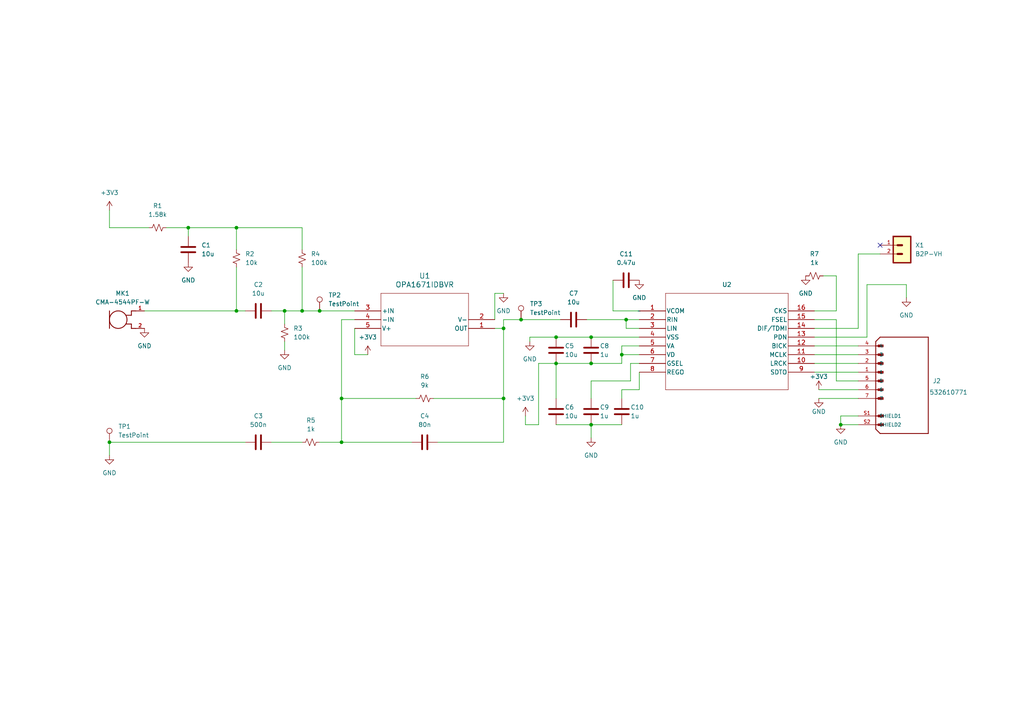
<source format=kicad_sch>
(kicad_sch (version 20231120) (generator "eeschema") (generator_version "8.0")
  (paper "A4")
  (lib_symbols
    (symbol "2024-02-15_23-46-41:OPA1671IDBVR" (pin_names (offset 0.254))
      (property "Reference" "U" (at 20.32 10.16 0))
      (property "Value" "OPA1671IDBVR" (at 20.32 7.62 0))
      (symbol "OPA1671IDBVR_0_1"
        (polyline (pts (xy 7.62 -10.16) (xy 33.02 -10.16)) (stroke (width 0.127)))
        (polyline (pts (xy 7.62 5.08) (xy 7.62 -10.16)) (stroke (width 0.127)))
        (polyline (pts (xy 33.02 -10.16) (xy 33.02 5.08)) (stroke (width 0.127)))
        (polyline (pts (xy 33.02 5.08) (xy 7.62 5.08)) (stroke (width 0.127)))
        (pin output line (at 0 0 0) (length 7.62) (name "OUT") (number "1"))
        (pin power_in line (at 0 -2.54 0) (length 7.62) (name "V-") (number "2"))
        (pin input line (at 40.64 -5.08 180) (length 7.62) (name "+IN") (number "3"))
        (pin input line (at 40.64 -2.54 180) (length 7.62) (name "-IN") (number "4"))
        (pin power_in line (at 40.64 0 180) (length 7.62) (name "V+") (number "5"))
      )
    )
    (symbol "532610771:532610771" (pin_names (offset 1.016))
      (property "Reference" "J2" (at 8.89 0 0))
      (property "Value" "532610771" (at 8.89 -2.54 0))
      (symbol "532610771_0_0"
        (rectangle (start -6.985 -13.0175) (end -5.3975 -12.3825) (stroke (width 0.1)) (fill (type outline)))
        (rectangle (start -6.985 -10.4775) (end -5.3975 -9.8425) (stroke (width 0.1)) (fill (type outline)))
        (rectangle (start -6.985 -5.3975) (end -5.3975 -4.7625) (stroke (width 0.1)) (fill (type outline)))
        (rectangle (start -6.985 -2.8575) (end -5.3975 -2.2225) (stroke (width 0.1)) (fill (type outline)))
        (rectangle (start -6.985 -0.3175) (end -5.3975 0.3175) (stroke (width 0.1)) (fill (type outline)))
        (rectangle (start -6.985 2.2225) (end -5.3975 2.8575) (stroke (width 0.1)) (fill (type outline)))
        (rectangle (start -6.985 4.7625) (end -5.3975 5.3975) (stroke (width 0.1)) (fill (type outline)))
        (rectangle (start -6.985 7.3025) (end -5.3975 7.9375) (stroke (width 0.1)) (fill (type outline)))
        (rectangle (start -6.985 9.8425) (end -5.3975 10.4775) (stroke (width 0.1)) (fill (type outline)))
        (polyline (pts (xy -7.62 -13.97) (xy -6.35 -15.24)) (stroke (width 0.254)))
        (polyline (pts (xy -7.62 -12.7) (xy -5.715 -12.7)) (stroke (width 0.254)))
        (polyline (pts (xy -7.62 -10.16) (xy -5.715 -10.16)) (stroke (width 0.254)))
        (polyline (pts (xy -7.62 -5.08) (xy -5.715 -5.08)) (stroke (width 0.254)))
        (polyline (pts (xy -7.62 -2.54) (xy -5.715 -2.54)) (stroke (width 0.254)))
        (polyline (pts (xy -7.62 0) (xy -5.715 0)) (stroke (width 0.254)))
        (polyline (pts (xy -7.62 2.54) (xy -5.715 2.54)) (stroke (width 0.254)))
        (polyline (pts (xy -7.62 5.08) (xy -5.715 5.08)) (stroke (width 0.254)))
        (polyline (pts (xy -7.62 7.62) (xy -5.715 7.62)) (stroke (width 0.254)))
        (polyline (pts (xy -7.62 10.16) (xy -5.715 10.16)) (stroke (width 0.254)))
        (polyline (pts (xy -7.62 11.43) (xy -7.62 -13.97)) (stroke (width 0.254)))
        (polyline (pts (xy -7.62 11.43) (xy -6.35 12.7)) (stroke (width 0.254)))
        (polyline (pts (xy -6.35 -15.24) (xy 7.62 -15.24)) (stroke (width 0.254)))
        (polyline (pts (xy 7.62 -15.24) (xy 7.62 12.7)) (stroke (width 0.254)))
        (polyline (pts (xy 7.62 12.7) (xy -6.35 12.7)) (stroke (width 0.254)))
        (pin passive line (at -12.7 0 0) (length 5.08) (name "5") (number "5"))
        (pin passive line (at -12.7 -2.54 0) (length 5.08) (name "6") (number "6"))
        (pin passive line (at -12.7 -5.08 0) (length 5.08) (name "7") (number "7"))
        (pin passive line (at -12.7 -10.16 0) (length 5.08) (name "SHIELD1") (number "S1"))
        (pin passive line (at -12.7 -12.7 0) (length 5.08) (name "SHIELD2") (number "S2"))
      )
      (symbol "532610771_1_0"
        (pin passive line (at -12.7 2.54 0) (length 5.08) (name "1") (number "1"))
        (pin passive line (at -12.7 5.08 0) (length 5.08) (name "2") (number "2"))
        (pin passive line (at -12.7 7.62 0) (length 5.08) (name "3") (number "3"))
        (pin passive line (at -12.7 10.16 0) (length 5.08) (name "4") (number "4"))
      )
    )
    (symbol "ADC:AK5720VT" (pin_names (offset 0.254))
      (property "Reference" "U" (at 25.4 10.16 0))
      (property "Value" "AK5720VT" (at 25.4 7.62 0))
      (symbol "AK5720VT_0_1"
        (polyline (pts (xy 7.62 -22.86) (xy 43.18 -22.86)) (stroke (width 0.127)))
        (polyline (pts (xy 7.62 5.08) (xy 7.62 -22.86)) (stroke (width 0.127)))
        (polyline (pts (xy 43.18 -22.86) (xy 43.18 5.08)) (stroke (width 0.127)))
        (polyline (pts (xy 43.18 5.08) (xy 7.62 5.08)) (stroke (width 0.127)))
        (pin unspecified line (at 0 0 0) (length 7.62) (name "VCOM") (number "1"))
        (pin unspecified line (at 50.8 -15.24 180) (length 7.62) (name "LRCK") (number "10"))
        (pin unspecified line (at 50.8 -12.7 180) (length 7.62) (name "MCLK") (number "11"))
        (pin unspecified line (at 50.8 -10.16 180) (length 7.62) (name "BICK") (number "12"))
        (pin unspecified line (at 50.8 -7.62 180) (length 7.62) (name "PDN") (number "13"))
        (pin unspecified line (at 50.8 -5.08 180) (length 7.62) (name "DIF/TDMI") (number "14"))
        (pin unspecified line (at 50.8 -2.54 180) (length 7.62) (name "FSEL") (number "15"))
        (pin unspecified line (at 50.8 0 180) (length 7.62) (name "CKS") (number "16"))
        (pin unspecified line (at 0 -2.54 0) (length 7.62) (name "RIN") (number "2"))
        (pin unspecified line (at 0 -5.08 0) (length 7.62) (name "LIN") (number "3"))
        (pin power_out line (at 0 -7.62 0) (length 7.62) (name "VSS") (number "4"))
        (pin unspecified line (at 0 -10.16 0) (length 7.62) (name "VA") (number "5"))
        (pin unspecified line (at 0 -12.7 0) (length 7.62) (name "VD") (number "6"))
        (pin unspecified line (at 0 -15.24 0) (length 7.62) (name "GSEL") (number "7"))
        (pin unspecified line (at 0 -17.78 0) (length 7.62) (name "REGO") (number "8"))
        (pin unspecified line (at 50.8 -17.78 180) (length 7.62) (name "SDTO") (number "9"))
      )
    )
    (symbol "B2P-VH:B2P-VH" (pin_names (offset 1.016))
      (property "Reference" "X" (at -1.27 3.302 0))
      (property "Value" "B2P-VH" (at -1.27 -7.62 0))
      (symbol "B2P-VH_0_0"
        (rectangle (start -1.27 -5.08) (end 3.81 2.54) (stroke (width 0.4064)) (fill (type background)))
        (polyline (pts (xy 1.27 -2.54) (xy 2.54 -2.54)) (stroke (width 0.6096)))
        (polyline (pts (xy 1.27 0) (xy 2.54 0)) (stroke (width 0.6096)))
        (pin passive line (at 7.62 -2.54 180) (length 5.08) (name "~") (number "1"))
        (pin passive line (at 7.62 0 180) (length 5.08) (name "~") (number "2"))
      )
    )
    (symbol "CMA-4544PF-W:CMA-4544PF-W" (pin_names (offset 1.016))
      (property "Reference" "MK" (at -2.5409 3.8113 0))
      (property "Value" "CMA-4544PF-W" (at -2.5411 -6.3527 0))
      (symbol "CMA-4544PF-W_0_0"
        (polyline (pts (xy -2.54 2.54) (xy -2.54 -2.54)) (stroke (width 0.254)))
        (polyline (pts (xy 3.81 -2.54) (xy 3.81 -1.27)) (stroke (width 0.254)))
        (polyline (pts (xy 3.81 -1.27) (xy 2.2352 -1.27)) (stroke (width 0.254)))
        (polyline (pts (xy 3.81 1.27) (xy 2.2352 1.27)) (stroke (width 0.254)))
        (polyline (pts (xy 3.81 2.54) (xy 3.81 1.27)) (stroke (width 0.254)))
        (polyline (pts (xy 5.08 -2.54) (xy 3.81 -2.54)) (stroke (width 0.254)))
        (polyline (pts (xy 5.08 2.54) (xy 3.81 2.54)) (stroke (width 0.254)))
        (circle (center 0 0) (radius 2.54) (stroke (width 0.254)))
        (pin output line (at 7.62 2.54 180) (length 2.54) (name "~") (number "1"))
        (pin power_in line (at 7.62 -2.54 180) (length 2.54) (name "~") (number "2"))
      )
    )
    (symbol "Connector:TestPoint" (pin_numbers hide) (pin_names (offset 0.762) hide)
      (property "Reference" "TP" (at 0 6.858 0))
      (property "Value" "TestPoint" (at 0 5.08 0))
      (symbol "TestPoint_0_1"
        (circle (center 0 3.302) (radius 0.762))
      )
      (symbol "TestPoint_1_1"
        (pin passive line (at 0 0 90) (length 2.54) (name "1") (number "1"))
      )
    )
    (symbol "Device:C" (pin_numbers hide) (pin_names (offset 0.254))
      (property "Reference" "C" (at 0.635 2.54 0))
      (property "Value" "C" (at 0.635 -2.54 0))
      (symbol "C_0_1"
        (polyline (pts (xy -2.032 -0.762) (xy 2.032 -0.762)) (stroke (width 0.508)))
        (polyline (pts (xy -2.032 0.762) (xy 2.032 0.762)) (stroke (width 0.508)))
      )
      (symbol "C_1_1"
        (pin passive line (at 0 3.81 270) (length 2.794) (name "~") (number "1"))
        (pin passive line (at 0 -3.81 90) (length 2.794) (name "~") (number "2"))
      )
    )
    (symbol "Device:R_Small_US" (pin_numbers hide) (pin_names (offset 0.254) hide)
      (property "Reference" "R" (at 0.762 0.508 0))
      (property "Value" "R_Small_US" (at 0.762 -1.016 0))
      (symbol "R_Small_US_1_1"
        (polyline (pts (xy 0 0) (xy 1.016 -0.381) (xy 0 -0.762) (xy -1.016 -1.143) (xy 0 -1.524)))
        (polyline (pts (xy 0 1.524) (xy 1.016 1.143) (xy 0 0.762) (xy -1.016 0.381) (xy 0 0)))
        (pin passive line (at 0 2.54 270) (length 1.016) (name "~") (number "1"))
        (pin passive line (at 0 -2.54 90) (length 1.016) (name "~") (number "2"))
      )
    )
    (symbol "GND_1" (power) (pin_numbers hide) (pin_names (offset 0) hide)
      (property "Value" "GND" (at 0 -3.81 0))
      (symbol "GND_1_0_1"
        (polyline (pts (xy 0 0) (xy 0 -1.27) (xy 1.27 -1.27) (xy 0 -2.54) (xy -1.27 -1.27) (xy 0 -1.27)))
      )
      (symbol "GND_1_1_1"
        (pin power_in line (at 0 0 270) (length 0) (name "~") (number "1"))
      )
    )
    (symbol "power:+3V3" (power) (pin_names (offset 0))
      (property "Value" "+3V3" (at 0 3.556 0))
      (symbol "+3V3_0_1"
        (polyline (pts (xy -0.762 1.27) (xy 0 2.54)))
        (polyline (pts (xy 0 0) (xy 0 2.54)))
        (polyline (pts (xy 0 2.54) (xy 0.762 1.27)))
      )
      (symbol "+3V3_1_1"
        (pin power_in line (at 0 0 90) (length 0) hide (name "+3V3") (number "1"))
      )
    )
    (symbol "power:GND" (power) (pin_names (offset 0))
      (property "Value" "GND" (at 0 -3.81 0))
      (symbol "GND_0_1"
        (polyline (pts (xy 0 0) (xy 0 -1.27) (xy 1.27 -1.27) (xy 0 -2.54) (xy -1.27 -1.27) (xy 0 -1.27)))
      )
      (symbol "GND_1_1"
        (pin power_in line (at 0 0 270) (length 0) hide (name "GND") (number "1"))
      )
    )
  )
  (junction (at 171.45 123.19))
  (junction (at 99.06 128.27))
  (junction (at 31.75 128.27))
  (junction (at 161.29 105.41))
  (junction (at 82.55 90.17))
  (junction (at 92.71 90.17))
  (junction (at 68.58 66.04))
  (junction (at 171.45 105.41))
  (junction (at 161.29 97.79))
  (junction (at 54.61 66.04))
  (junction (at 146.05 115.57))
  (junction (at 181.61 92.71))
  (junction (at 68.58 90.17))
  (junction (at 87.63 90.17))
  (junction (at 146.05 95.25))
  (junction (at 180.34 102.87))
  (junction (at 99.06 115.57))
  (junction (at 243.84 123.19))
  (junction (at 151.13 92.71))
  (junction (at 171.45 97.79))
  (no_connect (at 255.27 71.12))
  (wire (pts (xy 120.65 115.57) (xy 99.06 115.57)))
  (wire (pts (xy 127 128.27) (xy 146.05 128.27)))
  (wire (pts (xy 153.67 97.79) (xy 161.29 97.79)))
  (wire (pts (xy 248.92 100.33) (xy 236.22 100.33)))
  (wire (pts (xy 143.51 95.25) (xy 146.05 95.25)))
  (wire (pts (xy 242.57 80.01) (xy 238.76 80.01)))
  (wire (pts (xy 151.13 92.71) (xy 162.56 92.71)))
  (wire (pts (xy 78.74 90.17) (xy 82.55 90.17)))
  (wire (pts (xy 251.46 97.79) (xy 251.46 82.55)))
  (wire (pts (xy 99.06 128.27) (xy 119.38 128.27)))
  (wire (pts (xy 161.29 123.19) (xy 171.45 123.19)))
  (wire (pts (xy 82.55 90.17) (xy 82.55 93.98)))
  (wire (pts (xy 236.22 97.79) (xy 251.46 97.79)))
  (wire (pts (xy 48.26 66.04) (xy 54.61 66.04)))
  (wire (pts (xy 68.58 90.17) (xy 71.12 90.17)))
  (wire (pts (xy 185.42 100.33) (xy 180.34 100.33)))
  (wire (pts (xy 248.92 95.25) (xy 248.92 73.66)))
  (wire (pts (xy 248.92 102.87) (xy 236.22 102.87)))
  (wire (pts (xy 180.34 113.03) (xy 180.34 115.57)))
  (wire (pts (xy 87.63 90.17) (xy 92.71 90.17)))
  (wire (pts (xy 87.63 66.04) (xy 87.63 72.39)))
  (wire (pts (xy 185.42 95.25) (xy 181.61 95.25)))
  (wire (pts (xy 248.92 120.65) (xy 243.84 120.65)))
  (wire (pts (xy 68.58 77.47) (xy 68.58 90.17)))
  (wire (pts (xy 82.55 90.17) (xy 87.63 90.17)))
  (wire (pts (xy 236.22 95.25) (xy 248.92 95.25)))
  (wire (pts (xy 237.49 113.03) (xy 248.92 113.03)))
  (wire (pts (xy 177.8 90.17) (xy 185.42 90.17)))
  (wire (pts (xy 251.46 82.55) (xy 262.89 82.55)))
  (wire (pts (xy 170.18 92.71) (xy 181.61 92.71)))
  (wire (pts (xy 152.4 120.65) (xy 152.4 123.19)))
  (wire (pts (xy 248.92 105.41) (xy 236.22 105.41)))
  (wire (pts (xy 146.05 115.57) (xy 146.05 95.25)))
  (wire (pts (xy 156.21 105.41) (xy 161.29 105.41)))
  (wire (pts (xy 248.92 73.66) (xy 255.27 73.66)))
  (wire (pts (xy 185.42 107.95) (xy 185.42 113.03)))
  (wire (pts (xy 243.84 123.19) (xy 248.92 123.19)))
  (wire (pts (xy 242.57 90.17) (xy 242.57 80.01)))
  (wire (pts (xy 54.61 66.04) (xy 54.61 68.58)))
  (wire (pts (xy 161.29 105.41) (xy 171.45 105.41)))
  (wire (pts (xy 161.29 97.79) (xy 171.45 97.79)))
  (wire (pts (xy 185.42 105.41) (xy 182.88 105.41)))
  (wire (pts (xy 92.71 90.17) (xy 102.87 90.17)))
  (wire (pts (xy 156.21 105.41) (xy 156.21 123.19)))
  (wire (pts (xy 156.21 123.19) (xy 152.4 123.19)))
  (wire (pts (xy 31.75 60.96) (xy 31.75 66.04)))
  (wire (pts (xy 180.34 102.87) (xy 180.34 105.41)))
  (wire (pts (xy 185.42 102.87) (xy 180.34 102.87)))
  (wire (pts (xy 171.45 97.79) (xy 185.42 97.79)))
  (wire (pts (xy 78.74 128.27) (xy 87.63 128.27)))
  (wire (pts (xy 182.88 105.41) (xy 182.88 110.49)))
  (wire (pts (xy 242.57 92.71) (xy 242.57 110.49)))
  (wire (pts (xy 177.8 81.28) (xy 177.8 90.17)))
  (wire (pts (xy 43.18 66.04) (xy 31.75 66.04)))
  (wire (pts (xy 181.61 92.71) (xy 185.42 92.71)))
  (wire (pts (xy 146.05 92.71) (xy 151.13 92.71)))
  (wire (pts (xy 185.42 113.03) (xy 180.34 113.03)))
  (wire (pts (xy 171.45 123.19) (xy 171.45 127)))
  (wire (pts (xy 161.29 105.41) (xy 161.29 115.57)))
  (wire (pts (xy 31.75 128.27) (xy 71.12 128.27)))
  (wire (pts (xy 143.51 85.09) (xy 143.51 92.71)))
  (wire (pts (xy 262.89 82.55) (xy 262.89 86.36)))
  (wire (pts (xy 68.58 66.04) (xy 54.61 66.04)))
  (wire (pts (xy 146.05 128.27) (xy 146.05 115.57)))
  (wire (pts (xy 143.51 85.09) (xy 146.05 85.09)))
  (wire (pts (xy 87.63 77.47) (xy 87.63 90.17)))
  (wire (pts (xy 181.61 95.25) (xy 181.61 92.71)))
  (wire (pts (xy 237.49 115.57) (xy 248.92 115.57)))
  (wire (pts (xy 31.75 128.27) (xy 31.75 132.08)))
  (wire (pts (xy 171.45 123.19) (xy 180.34 123.19)))
  (wire (pts (xy 41.91 90.17) (xy 68.58 90.17)))
  (wire (pts (xy 68.58 66.04) (xy 87.63 66.04)))
  (wire (pts (xy 68.58 72.39) (xy 68.58 66.04)))
  (wire (pts (xy 99.06 92.71) (xy 99.06 115.57)))
  (wire (pts (xy 242.57 110.49) (xy 248.92 110.49)))
  (wire (pts (xy 106.68 102.87) (xy 102.87 102.87)))
  (wire (pts (xy 180.34 100.33) (xy 180.34 102.87)))
  (wire (pts (xy 125.73 115.57) (xy 146.05 115.57)))
  (wire (pts (xy 248.92 107.95) (xy 236.22 107.95)))
  (wire (pts (xy 236.22 92.71) (xy 242.57 92.71)))
  (wire (pts (xy 82.55 99.06) (xy 82.55 101.6)))
  (wire (pts (xy 236.22 90.17) (xy 242.57 90.17)))
  (wire (pts (xy 182.88 110.49) (xy 171.45 110.49)))
  (wire (pts (xy 243.84 120.65) (xy 243.84 123.19)))
  (wire (pts (xy 171.45 110.49) (xy 171.45 115.57)))
  (wire (pts (xy 102.87 102.87) (xy 102.87 95.25)))
  (wire (pts (xy 146.05 92.71) (xy 146.05 95.25)))
  (wire (pts (xy 102.87 92.71) (xy 99.06 92.71)))
  (wire (pts (xy 92.71 128.27) (xy 99.06 128.27)))
  (wire (pts (xy 99.06 115.57) (xy 99.06 128.27)))
  (wire (pts (xy 153.67 97.79) (xy 153.67 99.06)))
  (wire (pts (xy 180.34 105.41) (xy 171.45 105.41)))
  (symbol (lib_id "B2P-VH:B2P-VH") (at 262.89 73.66 180) (unit 1)
    (property "Reference" "X1" (at 265.43 71.1199 0) (effects (justify right)))
    (property "Value" "B2P-VH" (at 265.43 73.6599 0) (effects (justify right)))
    (property "Footprint" "Footprints:B2P-VH" (effects (hide yes)))
    (property "Datasheet" "https://www.jst-mfg.com/product/pdf/eng/eVH.pdf" (effects (hide yes)))
    (property "Description" "2 Position Adapter Connector Receptacle, Female Sockets To Receptacle, Female Sockets 0.156 (3.96mm)" (effects (hide yes)))
    (property "MF" "JST Sales America Inc." (effects (hide yes)))
    (property "Package" "None" (effects (hide yes)))
    (property "Price" "None" (effects (hide yes)))
    (property "SnapEDA_Link" "https://www.snapeda.com/parts/B2P-VH/JST+Sales+America+Inc./view-part/?ref=snap" (effects (hide yes)))
    (property "MP" "B2P-VH" (effects (hide yes)))
    (property "Availability" "In Stock" (effects (hide yes)))
    (property "Check_prices" "https://www.snapeda.com/parts/B2P-VH/JST+Sales+America+Inc./view-part/?ref=eda" (effects (hide yes)))
  )
  (symbol (lib_id "power:GND") (at 185.42 81.28 0) (unit 1)
    (property "Reference" "#PWR011" (effects (hide yes)))
    (property "Value" "GND" (at 185.42 86.36 0))
  )
  (symbol (lib_id "Device:C") (at 181.61 81.28 90) (unit 1)
    (property "Reference" "C11" (at 181.61 73.66 90))
    (property "Value" "0.47u" (at 181.61 76.2 90))
    (property "Footprint" "Capacitor_SMD:C_0805_2012Metric" (effects (hide yes)))
  )
  (symbol (lib_name "GND_1") (lib_id "power:GND") (at 262.89 86.36 0) (unit 1)
    (property "Reference" "#PWR016" (effects (hide yes)))
    (property "Value" "GND" (at 262.89 91.44 0))
    (property "Description" "Power symbol creates a global label with name \"GND\" , ground" (effects (hide yes)))
  )
  (symbol (lib_id "CMA-4544PF-W:CMA-4544PF-W") (at 34.29 92.71 0) (unit 1)
    (property "Reference" "MK1" (at 35.56 85.09 0))
    (property "Value" "CMA-4544PF-W" (at 35.56 87.63 0))
    (property "Footprint" "Footprints:Omnidirectional" (effects (hide yes)))
    (property "MF" "CUI Inc." (effects (hide yes)))
    (property "DESCRIPTION" "9.7 mm, Omnidirectional, PCB Mount, 3.0 Vdc, Electret Condenser Microphone" (effects (hide yes)))
    (property "PACKAGE" "6-DIP-6 CUI" (effects (hide yes)))
    (property "PRICE" "None" (effects (hide yes)))
    (property "CUI_PURCHASE_URL" "https://www.cui.com/product/audio/microphones/electret-condenser-microphones/cma-4544pf-w?utm_source=snapeda.com&utm_medium=referral&utm_campaign=snapedaBOM" (effects (hide yes)))
    (property "MP" "CMA-4544PF-W" (effects (hide yes)))
    (property "AVAILABILITY" "Unavailable" (effects (hide yes)))
  )
  (symbol (lib_id "Device:C") (at 166.37 92.71 90) (unit 1)
    (property "Reference" "C7" (at 166.37 85.09 90))
    (property "Value" "10u" (at 166.37 87.63 90))
    (property "Footprint" "Capacitor_SMD:C_0805_2012Metric" (effects (hide yes)))
  )
  (symbol (lib_id "Device:R_Small_US") (at 236.22 80.01 90) (unit 1)
    (property "Reference" "R7" (at 236.22 73.66 90))
    (property "Value" "1k" (at 236.22 76.2 90))
    (property "Footprint" "Resistor_SMD:R_0805_2012Metric" (effects (hide yes)))
  )
  (symbol (lib_id "Device:R_Small_US") (at 90.17 128.27 270) (unit 1)
    (property "Reference" "R5" (at 90.17 121.92 90))
    (property "Value" "1k" (at 90.17 124.46 90))
    (property "Footprint" "Resistor_SMD:R_0805_2012Metric" (effects (hide yes)))
  )
  (symbol (lib_id "power:GND") (at 82.55 101.6 0) (unit 1)
    (property "Reference" "#PWR05" (effects (hide yes)))
    (property "Value" "GND" (at 82.55 106.68 0))
  )
  (symbol (lib_id "532610771:532610771") (at 261.62 110.49 0) (unit 1)
    (property "Reference" "J2" (at 270.51 110.49 0) (effects (justify left)))
    (property "Value" "532610771" (at 280.67 113.792 0) (effects (justify right)))
    (property "Footprint" "Footprints:HeaderConnection" (effects (hide yes)))
    (property "Description" "\nPicoblade Connector, 7 Circuit Single Row, Right Angle Surface Mount SMT PCB\n" (effects (hide yes)))
    (property "DigiKey_Part_Number" "WM7625TR-ND" (effects (hide yes)))
    (property "MF" "Molex" (effects (hide yes)))
    (property "MAXIMUM_PACKAGE_HEIGHT" "3.4 mm" (effects (hide yes)))
    (property "Package" "None" (effects (hide yes)))
    (property "Check_prices" "https://www.snapeda.com/parts/0532610771/Molex/view-part/?ref=eda" (effects (hide yes)))
    (property "STANDARD" "Manufacturer Recommendations" (effects (hide yes)))
    (property "PARTREV" "J" (effects (hide yes)))
    (property "SnapEDA_Link" "https://www.snapeda.com/parts/0532610771/Molex/view-part/?ref=snap" (effects (hide yes)))
    (property "MP" "0532610771" (effects (hide yes)))
    (property "Purchase-URL" "https://www.snapeda.com/api/url_track_click_mouser/?unipart_id=577144&manufacturer=Molex&part_name=0532610771&search_term=None" (effects (hide yes)))
    (property "MANUFACTURER" "Molex" (effects (hide yes)))
  )
  (symbol (lib_id "power:GND") (at 146.05 85.09 0) (unit 1)
    (property "Reference" "#PWR07" (effects (hide yes)))
    (property "Value" "GND" (at 146.05 90.17 0))
  )
  (symbol (lib_id "power:GND") (at 31.75 132.08 0) (unit 1)
    (property "Reference" "#PWR02" (effects (hide yes)))
    (property "Value" "GND" (at 31.75 137.16 0))
  )
  (symbol (lib_id "Device:C") (at 180.34 119.38 0) (unit 1)
    (property "Reference" "C10" (at 182.88 118.11 0) (effects (justify left)))
    (property "Value" "1u" (at 182.88 120.65 0) (effects (justify left)))
    (property "Footprint" "Capacitor_SMD:C_0805_2012Metric" (effects (hide yes)))
  )
  (symbol (lib_id "power:GND") (at 171.45 127 0) (unit 1)
    (property "Reference" "#PWR010" (effects (hide yes)))
    (property "Value" "GND" (at 171.45 132.08 0))
  )
  (symbol (lib_id "Device:C") (at 74.93 128.27 90) (unit 1)
    (property "Reference" "C3" (at 74.93 120.65 90))
    (property "Value" "500n" (at 74.93 123.19 90))
    (property "Footprint" "Capacitor_SMD:C_0805_2012Metric" (effects (hide yes)))
  )
  (symbol (lib_id "power:+3V3") (at 31.75 60.96 0) (unit 1)
    (property "Reference" "#PWR01" (effects (hide yes)))
    (property "Value" "+3V3" (at 31.75 55.88 0))
  )
  (symbol (lib_id "Connector:TestPoint") (at 151.13 92.71 0) (unit 1)
    (property "Reference" "TP3" (at 153.67 88.138 0) (effects (justify left)))
    (property "Value" "TestPoint" (at 153.67 90.678 0) (effects (justify left)))
    (property "Footprint" "TestPoint:TestPoint_Pad_D1.0mm" (effects (hide yes)))
  )
  (symbol (lib_id "Device:R_Small_US") (at 82.55 96.52 0) (unit 1)
    (property "Reference" "R3" (at 85.09 95.25 0) (effects (justify left)))
    (property "Value" "100k" (at 85.09 97.79 0) (effects (justify left)))
    (property "Footprint" "Resistor_SMD:R_0805_2012Metric" (effects (hide yes)))
  )
  (symbol (lib_id "Device:C") (at 171.45 101.6 0) (unit 1)
    (property "Reference" "C8" (at 173.99 100.33 0) (effects (justify left)))
    (property "Value" "1u" (at 173.99 102.87 0) (effects (justify left)))
    (property "Footprint" "Capacitor_SMD:C_0805_2012Metric" (effects (hide yes)))
  )
  (symbol (lib_id "Device:C") (at 161.29 101.6 0) (unit 1)
    (property "Reference" "C5" (at 163.83 100.33 0) (effects (justify left)))
    (property "Value" "10u" (at 163.83 102.87 0) (effects (justify left)))
    (property "Footprint" "Capacitor_SMD:C_0805_2012Metric" (effects (hide yes)))
  )
  (symbol (lib_id "Device:R_Small_US") (at 123.19 115.57 270) (unit 1)
    (property "Reference" "R6" (at 123.19 109.22 90))
    (property "Value" "9k" (at 123.19 111.76 90))
    (property "Footprint" "Resistor_SMD:R_0805_2012Metric" (effects (hide yes)))
  )
  (symbol (lib_id "power:+3V3") (at 237.49 113.03 0) (unit 1)
    (property "Reference" "#PWR013" (effects (hide yes)))
    (property "Value" "+3V3" (at 237.49 109.22 0))
  )
  (symbol (lib_id "power:GND") (at 153.67 99.06 0) (unit 1)
    (property "Reference" "#PWR09" (effects (hide yes)))
    (property "Value" "GND" (at 153.67 104.14 0))
  )
  (symbol (lib_id "2024-02-15_23-46-41:OPA1671IDBVR") (at 143.51 95.25 180) (unit 1)
    (property "Reference" "U1" (at 123.19 80.01 0) (effects (font (size 1.524 1.524))))
    (property "Value" "OPA1671IDBVR" (at 123.19 82.55 0) (effects (font (size 1.524 1.524))))
    (property "Footprint" "Footprints:Op-Amp" (effects (hide yes)))
    (property "Datasheet" "OPA1671IDBVR" (effects (hide yes)))
  )
  (symbol (lib_id "Connector:TestPoint") (at 92.71 90.17 0) (unit 1)
    (property "Reference" "TP2" (at 95.25 85.598 0) (effects (justify left)))
    (property "Value" "TestPoint" (at 95.25 88.138 0) (effects (justify left)))
    (property "Footprint" "TestPoint:TestPoint_Pad_D1.0mm" (effects (hide yes)))
  )
  (symbol (lib_id "power:GND") (at 237.49 115.57 0) (unit 1)
    (property "Reference" "#PWR014" (effects (hide yes)))
    (property "Value" "GND" (at 237.49 119.38 0))
  )
  (symbol (lib_id "Device:R_Small_US") (at 45.72 66.04 270) (unit 1)
    (property "Reference" "R1" (at 45.72 59.69 90))
    (property "Value" "1.58k" (at 45.72 62.23 90))
    (property "Footprint" "Resistor_SMD:R_0805_2012Metric" (effects (hide yes)))
  )
  (symbol (lib_id "power:GND") (at 41.91 95.25 0) (unit 1)
    (property "Reference" "#PWR03" (effects (hide yes)))
    (property "Value" "GND" (at 41.91 100.33 0))
  )
  (symbol (lib_id "Device:C") (at 54.61 72.39 0) (unit 1)
    (property "Reference" "C1" (at 58.42 71.12 0) (effects (justify left)))
    (property "Value" "10u" (at 58.42 73.66 0) (effects (justify left)))
    (property "Footprint" "Capacitor_SMD:C_0805_2012Metric" (effects (hide yes)))
  )
  (symbol (lib_id "power:GND") (at 54.61 76.2 0) (unit 1)
    (property "Reference" "#PWR04" (effects (hide yes)))
    (property "Value" "GND" (at 54.61 81.28 0))
  )
  (symbol (lib_id "power:+3V3") (at 152.4 120.65 0) (unit 1)
    (property "Reference" "#PWR08" (effects (hide yes)))
    (property "Value" "+3V3" (at 152.4 115.57 0))
  )
  (symbol (lib_id "Device:R_Small_US") (at 68.58 74.93 0) (unit 1)
    (property "Reference" "R2" (at 71.12 73.66 0) (effects (justify left)))
    (property "Value" "10k" (at 71.12 76.2 0) (effects (justify left)))
    (property "Footprint" "Resistor_SMD:R_0805_2012Metric" (effects (hide yes)))
  )
  (symbol (lib_id "Device:C") (at 161.29 119.38 0) (unit 1)
    (property "Reference" "C6" (at 163.83 118.11 0) (effects (justify left)))
    (property "Value" "10u" (at 163.83 120.65 0) (effects (justify left)))
    (property "Footprint" "Capacitor_SMD:C_0805_2012Metric" (effects (hide yes)))
  )
  (symbol (lib_id "Connector:TestPoint") (at 31.75 128.27 0) (unit 1)
    (property "Reference" "TP1" (at 34.29 123.698 0) (effects (justify left)))
    (property "Value" "TestPoint" (at 34.29 126.238 0) (effects (justify left)))
    (property "Footprint" "TestPoint:TestPoint_Pad_D1.0mm" (effects (hide yes)))
  )
  (symbol (lib_id "Device:C") (at 123.19 128.27 90) (unit 1)
    (property "Reference" "C4" (at 123.19 120.65 90))
    (property "Value" "80n" (at 123.19 123.19 90))
    (property "Footprint" "Capacitor_SMD:C_0805_2012Metric" (effects (hide yes)))
  )
  (symbol (lib_id "ADC:AK5720VT") (at 185.42 90.17 0) (unit 1)
    (property "Reference" "U2" (at 210.82 82.55 0))
    (property "Value" "~" (at 185.42 90.17 0))
    (property "Footprint" "Footprints:ADC" (effects (hide yes)))
    (property "Datasheet" "AK5720VT" (effects (hide yes)))
  )
  (symbol (lib_id "Device:R_Small_US") (at 87.63 74.93 0) (unit 1)
    (property "Reference" "R4" (at 90.17 73.66 0) (effects (justify left)))
    (property "Value" "100k" (at 90.17 76.2 0) (effects (justify left)))
    (property "Footprint" "Resistor_SMD:R_0805_2012Metric" (effects (hide yes)))
  )
  (symbol (lib_id "Device:C") (at 171.45 119.38 0) (unit 1)
    (property "Reference" "C9" (at 173.99 118.11 0) (effects (justify left)))
    (property "Value" "1u" (at 173.99 120.65 0) (effects (justify left)))
    (property "Footprint" "Capacitor_SMD:C_0805_2012Metric" (effects (hide yes)))
  )
  (symbol (lib_id "power:GND") (at 243.84 123.19 0) (unit 1)
    (property "Reference" "#PWR015" (effects (hide yes)))
    (property "Value" "GND" (at 243.84 128.27 0))
  )
  (symbol (lib_id "Device:C") (at 74.93 90.17 90) (unit 1)
    (property "Reference" "C2" (at 74.93 82.55 90))
    (property "Value" "10u" (at 74.93 85.09 90))
    (property "Footprint" "Capacitor_SMD:C_0805_2012Metric" (effects (hide yes)))
  )
  (symbol (lib_id "power:GND") (at 233.68 80.01 0) (unit 1)
    (property "Reference" "#PWR012" (effects (hide yes)))
    (property "Value" "GND" (at 233.68 85.09 0))
  )
  (symbol (lib_id "power:+3V3") (at 106.68 102.87 0) (unit 1)
    (property "Reference" "#PWR06" (effects (hide yes)))
    (property "Value" "+3V3" (at 106.68 97.79 0))
  )
)
</source>
